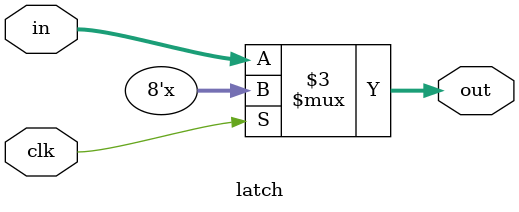
<source format=v>
`timescale 1ns/1ps

module latch(clk, in, out);
  parameter WIDTH=8;
  output  reg [WIDTH-1:0] out;
  input                   clk;
  input       [WIDTH-1:0] in;

  always @ (*) begin
    if(clk == 1'b0) begin
      // out tracks in while clk is low, latches to last state when high
      #0.5 out <= in;
    end
  end
endmodule

</source>
